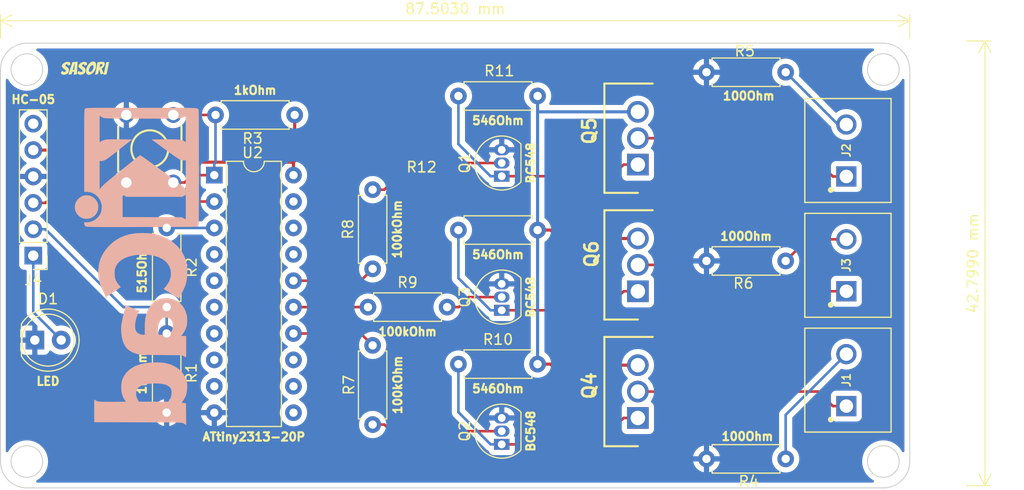
<source format=kicad_pcb>
(kicad_pcb (version 20211014) (generator pcbnew)
  (title_block (title "RGB_LightsBluetooth") (date "2022-05-03") (rev "1") (company "Sasori") (comment 1 "By Tony"))
  (layers (0 "F.Cu" signal) (31 "B.Cu" signal) (34 "B.Paste" user) (35 "F.Paste" user) (36 "B.SilkS" user "B.Silkscreen") (37 "F.SilkS" user "F.Silkscreen") (38 "B.Mask" user) (39 "F.Mask" user) (44 "Edge.Cuts" user))
  (net 0 "")
  (net 1 "GND")
  (net 2 "Net-(R3-Pad2)")
  (net 3 "/TX")
  (net 4 "Net-(R2-Pad1)")
  (net 5 "/5V")
  (net 6 "Net-(J1-Pad2)")
  (net 7 "Net-(J2-Pad2)")
  (net 8 "Net-(J3-Pad2)")
  (net 9 "/R")
  (net 10 "Net-(Q2-Pad2)")
  (net 11 "/B")
  (net 12 "Net-(Q1-Pad2)")
  (net 13 "/G")
  (net 14 "Net-(Q3-Pad2)")
  (net 15 "Net-(Q2-Pad1)")
  (net 16 "/12V")
  (net 17 "Net-(Q1-Pad1)")
  (net 18 "Net-(Q3-Pad1)")
  (net 19 "/RX")
  (net 32 "Net-(D1-Pad2)")
  (net 33 "Net-(J1-Pad1)")
  (net 34 "Net-(J2-Pad1)")
  (net 35 "Net-(J3-Pad1)")
  (footprint "Resistor_THT:R_Axial_DIN0207_L6.3mm_D2.5mm_P7.62mm_Horizontal" (layer "F.Cu") (at 151.384 94.107 -90)
    (fp_text reference "R7" (at 3.81 2.286 90) (layer "F.SilkS"))
    (fp_text value "100kOhm" (at 3.81 -2.413 90) (layer "F.SilkS") (effects (font (size 0.8 0.8) (thickness 0.2))))
    (pad "1" thru_hole circle (at 0 0 270) (size 1.6 1.6) (drill 0.8) (layers *.Cu *.Mask) (net 9 "/R"))
    (pad "2" thru_hole oval (at 7.62 0 270) (size 1.6 1.6) (drill 0.8) (layers *.Cu *.Mask) (net 10 "Net-(Q2-Pad2)"))
  )
  (footprint "Resistor_THT:R_Axial_DIN0207_L6.3mm_D2.5mm_P7.62mm_Horizontal" (layer "F.Cu") (at 151.384 86.741 90)
    (fp_text reference "R8" (at 3.81 -2.37 90) (layer "F.SilkS"))
    (fp_text value "100kOhm" (at 3.81 2.37 90) (layer "F.SilkS") (effects (font (size 0.8 0.8) (thickness 0.2))))
    (pad "1" thru_hole circle (at 0 0 90) (size 1.6 1.6) (drill 0.8) (layers *.Cu *.Mask) (net 11 "/B"))
    (pad "2" thru_hole oval (at 7.62 0 90) (size 1.6 1.6) (drill 0.8) (layers *.Cu *.Mask) (net 12 "Net-(Q1-Pad2)"))
  )
  (footprint "Resistor_THT:R_Axial_DIN0207_L6.3mm_D2.5mm_P7.62mm_Horizontal" (layer "F.Cu") (at 159.639 83.0072)
    (fp_text reference "R12" (at -3.545 -6.053) (layer "F.SilkS"))
    (fp_text value "546Ohm" (at 3.81 2.37) (layer "F.SilkS") (effects (font (size 0.8 0.8) (thickness 0.2))))
    (pad "1" thru_hole circle (at 0 0) (size 1.6 1.6) (drill 0.8) (layers *.Cu *.Mask) (net 18 "Net-(Q3-Pad1)"))
    (pad "2" thru_hole oval (at 7.62 0) (size 1.6 1.6) (drill 0.8) (layers *.Cu *.Mask) (net 16 "/12V"))
  )
  (footprint "Package_TO_SOT_THT:TO-92_Inline" (layer "F.Cu") (at 163.809 90.7288 90)
    (fp_text reference "Q3" (at 1.27 -3.56 90) (layer "F.SilkS"))
    (fp_text value "BC548" (at 1.27 2.79 90) (layer "F.SilkS") (effects (font (size 0.8 0.8) (thickness 0.2))))
    (pad "1" thru_hole rect (at 0 0 90) (size 1.05 1.5) (drill 0.75) (layers *.Cu *.Mask) (net 18 "Net-(Q3-Pad1)"))
    (pad "2" thru_hole oval (at 1.27 0 90) (size 1.05 1.5) (drill 0.75) (layers *.Cu *.Mask) (net 14 "Net-(Q3-Pad2)"))
    (pad "3" thru_hole oval (at 2.54 0 90) (size 1.05 1.5) (drill 0.75) (layers *.Cu *.Mask) (net 1 "GND"))
  )
  (footprint "Resistor_THT:R_Axial_DIN0207_L6.3mm_D2.5mm_P7.62mm_Horizontal" (layer "F.Cu") (at 159.639 95.9104)
    (fp_text reference "R10" (at 3.81 -2.37) (layer "F.SilkS"))
    (fp_text value "546Ohm" (at 3.81 2.37) (layer "F.SilkS") (effects (font (size 0.8 0.8) (thickness 0.2))))
    (pad "1" thru_hole circle (at 0 0) (size 1.6 1.6) (drill 0.8) (layers *.Cu *.Mask) (net 15 "Net-(Q2-Pad1)"))
    (pad "2" thru_hole oval (at 7.62 0) (size 1.6 1.6) (drill 0.8) (layers *.Cu *.Mask) (net 16 "/12V"))
  )
  (footprint "Resistor_THT:R_Axial_DIN0207_L6.3mm_D2.5mm_P7.62mm_Horizontal" (layer "F.Cu") (at 191.135 105.029 180)
    (fp_text reference "R4" (at 3.556 -2.159) (layer "F.SilkS"))
    (fp_text value "100Ohm" (at 3.683 2.159) (layer "F.SilkS") (effects (font (size 0.8 0.8) (thickness 0.2))))
    (pad "1" thru_hole circle (at 0 0 180) (size 1.6 1.6) (drill 0.8) (layers *.Cu *.Mask) (net 6 "Net-(J1-Pad2)"))
    (pad "2" thru_hole oval (at 7.62 0 180) (size 1.6 1.6) (drill 0.8) (layers *.Cu *.Mask) (net 1 "GND"))
  )
  (footprint "freetronics_footprints:SW_PUSHBUTTON_PTH" (layer "F.Cu") (at 129.9374 75.184 90)
    (fp_text reference "SW1")
    (fp_text value "SW_DPST" hide)
    (pad "1" thru_hole oval locked (at -3.2512 -2.2606 90) (size 1.524 1.524) (drill 1.016) (layers *.Cu *.Mask) (net 1 "GND"))
    (pad "1" thru_hole oval locked (at 3.2512 -2.2606 90) (size 1.524 1.524) (drill 1.016) (layers *.Cu *.Mask) (net 1 "GND"))
    (pad "2" thru_hole oval locked (at 3.2512 2.2606 90) (size 1.524 1.524) (drill 1.016) (layers *.Cu *.Mask) (net 2 "Net-(R3-Pad2)"))
    (pad "2" thru_hole oval locked (at -3.2512 2.2606 90) (size 1.524 1.524) (drill 1.016) (layers *.Cu *.Mask) (net 2 "Net-(R3-Pad2)"))
  )
  (footprint "Resistor_THT:R_Axial_DIN0207_L6.3mm_D2.5mm_P7.62mm_Horizontal" (layer "F.Cu") (at 191.135 67.818 180)
    (fp_text reference "R5" (at 3.937 2.032) (layer "F.SilkS"))
    (fp_text value "100Ohm" (at 3.556 -2.286) (layer "F.SilkS") (effects (font (size 0.8 0.8) (thickness 0.2))))
    (pad "1" thru_hole circle (at 0 0 180) (size 1.6 1.6) (drill 0.8) (layers *.Cu *.Mask) (net 7 "Net-(J2-Pad2)"))
    (pad "2" thru_hole oval (at 7.62 0 180) (size 1.6 1.6) (drill 0.8) (layers *.Cu *.Mask) (net 1 "GND"))
  )
  (footprint "Resistor_THT:R_Axial_DIN0207_L6.3mm_D2.5mm_P7.62mm_Horizontal" (layer "F.Cu") (at 191.135 85.979 180)
    (fp_text reference "R6" (at 4.064 -2.159) (layer "F.SilkS"))
    (fp_text value "100Ohm" (at 3.81 2.37) (layer "F.SilkS") (effects (font (size 0.8 0.8) (thickness 0.2))))
    (pad "1" thru_hole circle (at 0 0 180) (size 1.6 1.6) (drill 0.8) (layers *.Cu *.Mask) (net 8 "Net-(J3-Pad2)"))
    (pad "2" thru_hole oval (at 7.62 0 180) (size 1.6 1.6) (drill 0.8) (layers *.Cu *.Mask) (net 1 "GND"))
  )
  (footprint "Resistor_THT:R_Axial_DIN0207_L6.3mm_D2.5mm_P7.62mm_Horizontal" (layer "F.Cu") (at 159.639 70.104)
    (fp_text reference "R11" (at 3.937 -2.413) (layer "F.SilkS"))
    (fp_text value "546Ohm" (at 3.81 2.37) (layer "F.SilkS") (effects (font (size 0.8 0.8) (thickness 0.2))))
    (pad "1" thru_hole circle (at 0 0) (size 1.6 1.6) (drill 0.8) (layers *.Cu *.Mask) (net 17 "Net-(Q1-Pad1)"))
    (pad "2" thru_hole oval (at 7.62 0) (size 1.6 1.6) (drill 0.8) (layers *.Cu *.Mask) (net 16 "/12V"))
  )
  (footprint "LED_THT:LED_D5.0mm" (layer "F.Cu") (at 118.872 93.599)
    (fp_text reference "D1" (at 1.27 -3.96) (layer "F.SilkS"))
    (fp_text value "LED" (at 1.27 3.96) (layer "F.SilkS") (effects (font (size 0.8 0.8) (thickness 0.2))))
    (pad "1" thru_hole rect (at 0 0) (size 1.8 1.8) (drill 0.9) (layers *.Cu *.Mask) (net 1 "GND"))
    (pad "2" thru_hole circle (at 2.54 0) (size 1.8 1.8) (drill 0.9) (layers *.Cu *.Mask) (net 32 "Net-(D1-Pad2)"))
  )
  (footprint "Resistor_THT:R_Axial_DIN0207_L6.3mm_D2.5mm_P7.62mm_Horizontal" (layer "F.Cu") (at 131.562 92.959 -90)
    (fp_text reference "R1" (at 3.81 -2.37 90) (layer "F.SilkS"))
    (fp_text value "1kOhm" (at 3.81 2.37 90) (layer "F.SilkS") (effects (font (size 0.8 0.8) (thickness 0.2))))
    (pad "1" thru_hole circle (at 0 0 270) (size 1.6 1.6) (drill 0.8) (layers *.Cu *.Mask) (net 3 "/TX"))
    (pad "2" thru_hole oval (at 7.62 0 270) (size 1.6 1.6) (drill 0.8) (layers *.Cu *.Mask) (net 1 "GND"))
  )
  (footprint "FootprintsSnapeda:TO254P465X1024X2050-3P" (layer "F.Cu") (at 176.911 101.092 90)
    (fp_text reference "Q4" (at 3.102 -4.671 90) (layer "F.SilkS") (effects (font (size 1.27 1.27) (thickness 0.254))))
    (fp_text value "IRF9640" hide)
    (pad "1" thru_hole rect locked (at 0 0 90) (size 2.085 2.085) (drill 1.39) (layers *.Cu *.Mask) (net 15 "Net-(Q2-Pad1)"))
    (pad "2" thru_hole circle locked (at 2.54 0 90) (size 2.085 2.085) (drill 1.39) (layers *.Cu *.Mask) (net 33 "Net-(J1-Pad1)"))
    (pad "3" thru_hole circle locked (at 5.08 0 90) (size 2.085 2.085) (drill 1.39) (layers *.Cu *.Mask) (net 16 "/12V"))
  )
  (footprint "FootprintsSnapeda:PHOENIX_1935161" (layer "F.Cu") (at 196.977 97.449 90)
    (fp_text reference "J1" (at 0 0 90) (layer "F.SilkS") (effects (font (size 0.787402 0.787402))))
    (fp_text value "1935161")
    (pad "1" thru_hole rect locked (at -2.5 0 90) (size 1.95 1.95) (drill 1.3) (layers *.Cu *.Mask) (net 33 "Net-(J1-Pad1)"))
    (pad "2" thru_hole circle locked (at 2.5 0 90) (size 1.95 1.95) (drill 1.3) (layers *.Cu *.Mask) (net 6 "Net-(J1-Pad2)"))
  )
  (footprint "LibreriaProyecto:SasoriLogo" (layer "F.Cu") (at 123.698 67.437)
    (fp_text reference "G***" hide)
    (fp_text value "LOGO" hide)
  )
  (footprint "Connector_PinHeader_2.54mm:PinHeader_1x06_P2.54mm_Vertical" (layer "F.Cu") (at 118.722 85.471 180)
    (fp_text reference "J4" (at 0 -2.33) (layer "F.SilkS"))
    (fp_text value "HC-05" (at 0 15.03) (layer "F.SilkS") (effects (font (size 0.8 0.8) (thickness 0.2))))
    (pad "1" thru_hole rect (at 0 0 180) (size 1.7 1.7) (drill 1) (layers *.Cu *.Mask) (net 32 "Net-(D1-Pad2)"))
    (pad "2" thru_hole oval (at 0 2.54 180) (size 1.7 1.7) (drill 1) (layers *.Cu *.Mask) (net 3 "/TX"))
    (pad "3" thru_hole oval (at 0 5.08 180) (size 1.7 1.7) (drill 1) (layers *.Cu *.Mask) (net 19 "/RX"))
    (pad "4" thru_hole oval (at 0 7.62 180) (size 1.7 1.7) (drill 1) (layers *.Cu *.Mask) (net 1 "GND"))
    (pad "5" thru_hole oval (at 0 10.16 180) (size 1.7 1.7) (drill 1) (layers *.Cu *.Mask) (net 5 "/5V"))
    (pad "6" thru_hole oval (at 0 12.7 180) (size 1.7 1.7) (drill 1) (layers *.Cu *.Mask))
  )
  (footprint "FootprintsSnapeda:TO254P465X1024X2050-3P" (layer "F.Cu") (at 176.911 76.708 90)
    (fp_text reference "Q5" (at 3.238 -4.671 90) (layer "F.SilkS") (effects (font (size 1.27 1.27) (thickness 0.254))))
    (fp_text value "IRF9640" hide)
    (pad "1" thru_hole rect locked (at 0 0 90) (size 2.085 2.085) (drill 1.39) (layers *.Cu *.Mask) (net 17 "Net-(Q1-Pad1)"))
    (pad "2" thru_hole circle locked (at 2.54 0 90) (size 2.085 2.085) (drill 1.39) (layers *.Cu *.Mask) (net 34 "Net-(J2-Pad1)"))
    (pad "3" thru_hole circle locked (at 5.08 0 90) (size 2.085 2.085) (drill 1.39) (layers *.Cu *.Mask) (net 16 "/12V"))
  )
  (footprint "Resistor_THT:R_Axial_DIN0207_L6.3mm_D2.5mm_P7.62mm_Horizontal" (layer "F.Cu") (at 131.562 82.799 -90)
    (fp_text reference "R2" (at 3.81 -2.37 90) (layer "F.SilkS"))
    (fp_text value "515Ohm" (at 3.81 2.37 90) (layer "F.SilkS") (effects (font (size 0.8 0.8) (thickness 0.2))))
    (pad "1" thru_hole circle (at 0 0 270) (size 1.6 1.6) (drill 0.8) (layers *.Cu *.Mask) (net 4 "Net-(R2-Pad1)"))
    (pad "2" thru_hole oval (at 7.62 0 270) (size 1.6 1.6) (drill 0.8) (layers *.Cu *.Mask) (net 3 "/TX"))
  )
  (footprint "FootprintsSnapeda:PHOENIX_1935161" (layer "F.Cu") (at 196.977 86.4 90)
    (fp_text reference "J3" (at 0 0 90) (layer "F.SilkS") (effects (font (size 0.787402 0.787402))))
    (fp_text value "1935161")
    (pad "1" thru_hole rect locked (at -2.5 0 90) (size 1.95 1.95) (drill 1.3) (layers *.Cu *.Mask) (net 35 "Net-(J3-Pad1)"))
    (pad "2" thru_hole circle locked (at 2.5 0 90) (size 1.95 1.95) (drill 1.3) (layers *.Cu *.Mask) (net 8 "Net-(J3-Pad2)"))
  )
  (footprint "Package_TO_SOT_THT:TO-92_Inline" (layer "F.Cu") (at 163.809 103.632 90)
    (fp_text reference "Q2" (at 1.27 -3.56 90) (layer "F.SilkS"))
    (fp_text value "BC548" (at 1.27 2.79 90) (layer "F.SilkS") (effects (font (size 0.8 0.8) (thickness 0.2))))
    (pad "1" thru_hole rect (at 0 0 90) (size 1.05 1.5) (drill 0.75) (layers *.Cu *.Mask) (net 15 "Net-(Q2-Pad1)"))
    (pad "2" thru_hole oval (at 1.27 0 90) (size 1.05 1.5) (drill 0.75) (layers *.Cu *.Mask) (net 10 "Net-(Q2-Pad2)"))
    (pad "3" thru_hole oval (at 2.54 0 90) (size 1.05 1.5) (drill 0.75) (layers *.Cu *.Mask) (net 1 "GND"))
  )
  (footprint "Package_TO_SOT_THT:TO-92_Inline" (layer "F.Cu") (at 163.809 77.8256 90)
    (fp_text reference "Q1" (at 1.27 -3.56 90) (layer "F.SilkS"))
    (fp_text value "BC548" (at 1.27 2.79 90) (layer "F.SilkS") (effects (font (size 0.8 0.8) (thickness 0.2))))
    (pad "1" thru_hole rect (at 0 0 90) (size 1.05 1.5) (drill 0.75) (layers *.Cu *.Mask) (net 17 "Net-(Q1-Pad1)"))
    (pad "2" thru_hole oval (at 1.27 0 90) (size 1.05 1.5) (drill 0.75) (layers *.Cu *.Mask) (net 12 "Net-(Q1-Pad2)"))
    (pad "3" thru_hole oval (at 2.54 0 90) (size 1.05 1.5) (drill 0.75) (layers *.Cu *.Mask) (net 1 "GND"))
  )
  (footprint "FootprintsSnapeda:PHOENIX_1935161" (layer "F.Cu") (at 196.977 75.351 90)
    (fp_text reference "J2" (at 0 0 90) (layer "F.SilkS") (effects (font (size 0.787402 0.787402))))
    (fp_text value "1935161")
    (pad "1" thru_hole rect locked (at -2.5 0 90) (size 1.95 1.95) (drill 1.3) (layers *.Cu *.Mask) (net 34 "Net-(J2-Pad1)"))
    (pad "2" thru_hole circle locked (at 2.5 0 90) (size 1.95 1.95) (drill 1.3) (layers *.Cu *.Mask) (net 7 "Net-(J2-Pad2)"))
  )
  (footprint "Resistor_THT:R_Axial_DIN0207_L6.3mm_D2.5mm_P7.62mm_Horizontal" (layer "F.Cu") (at 150.934 90.424)
    (fp_text reference "R9" (at 3.81 -2.37) (layer "F.SilkS"))
    (fp_text value "100kOhm" (at 3.81 2.37) (layer "F.SilkS") (effects (font (size 0.8 0.8) (thickness 0.2))))
    (pad "1" thru_hole circle (at 0 0) (size 1.6 1.6) (drill 0.8) (layers *.Cu *.Mask) (net 13 "/G"))
    (pad "2" thru_hole oval (at 7.62 0) (size 1.6 1.6) (drill 0.8) (layers *.Cu *.Mask) (net 14 "Net-(Q3-Pad2)"))
  )
  (footprint "FootprintsSnapeda:TO254P465X1024X2050-3P" (layer "F.Cu") (at 176.911 88.9 90)
    (fp_text reference "Q6" (at 3.58 -4.461 90) (layer "F.SilkS") (effects (font (size 1.27 1.27) (thickness 0.254))))
    (fp_text value "IRF9640" hide)
    (pad "1" thru_hole rect locked (at 0 0 90) (size 2.085 2.085) (drill 1.39) (layers *.Cu *.Mask) (net 18 "Net-(Q3-Pad1)"))
    (pad "2" thru_hole circle locked (at 2.54 0 90) (size 2.085 2.085) (drill 1.39) (layers *.Cu *.Mask) (net 35 "Net-(J3-Pad1)"))
    (pad "3" thru_hole circle locked (at 5.08 0 90) (size 2.085 2.085) (drill 1.39) (layers *.Cu *.Mask) (net 16 "/12V"))
  )
  (footprint "Resistor_THT:R_Axial_DIN0207_L6.3mm_D2.5mm_P7.62mm_Horizontal" (layer "F.Cu") (at 143.881 71.9288 180)
    (fp_text reference "R3" (at 4.051 -2.2712) (layer "F.SilkS"))
    (fp_text value "1kOhm" (at 3.81 2.37) (layer "F.SilkS") (effects (font (size 0.8 0.8) (thickness 0.2))))
    (pad "1" thru_hole circle (at 0 0 180) (size 1.6 1.6) (drill 0.8) (layers *.Cu *.Mask) (net 5 "/5V"))
    (pad "2" thru_hole oval (at 7.62 0 180) (size 1.6 1.6) (drill 0.8) (layers *.Cu *.Mask) (net 2 "Net-(R3-Pad2)"))
  )
  (footprint "Package_DIP:DIP-20_W7.62mm" (layer "F.Cu") (at 136.144 77.724)
    (fp_text reference "U2" (at 3.686 -2.154) (layer "F.SilkS"))
    (fp_text value "ATtiny2313-20P" (at 3.81 25.19) (layer "F.SilkS") (effects (font (size 0.8 0.8) (thickness 0.2))))
    (pad "1" thru_hole rect (at 0 0) (size 1.6 1.6) (drill 0.8) (layers *.Cu *.Mask) (net 2 "Net-(R3-Pad2)"))
    (pad "2" thru_hole oval (at 0 2.54) (size 1.6 1.6) (drill 0.8) (layers *.Cu *.Mask) (net 19 "/RX"))
    (pad "3" thru_hole oval (at 0 5.08) (size 1.6 1.6) (drill 0.8) (layers *.Cu *.Mask) (net 4 "Net-(R2-Pad1)"))
    (pad "4" thru_hole oval (at 0 7.62) (size 1.6 1.6) (drill 0.8) (layers *.Cu *.Mask))
    (pad "5" thru_hole oval (at 0 10.16) (size 1.6 1.6) (drill 0.8) (layers *.Cu *.Mask))
    (pad "6" thru_hole oval (at 0 12.7) (size 1.6 1.6) (drill 0.8) (layers *.Cu *.Mask))
    (pad "7" thru_hole oval (at 0 15.24) (size 1.6 1.6) (drill 0.8) (layers *.Cu *.Mask))
    (pad "8" thru_hole oval (at 0 17.78) (size 1.6 1.6) (drill 0.8) (layers *.Cu *.Mask))
    (pad "9" thru_hole oval (at 0 20.32) (size 1.6 1.6) (drill 0.8) (layers *.Cu *.Mask))
    (pad "10" thru_hole oval (at 0 22.86) (size 1.6 1.6) (drill 0.8) (layers *.Cu *.Mask) (net 1 "GND"))
    (pad "11" thru_hole oval (at 7.62 22.86) (size 1.6 1.6) (drill 0.8) (layers *.Cu *.Mask))
    (pad "12" thru_hole oval (at 7.62 20.32) (size 1.6 1.6) (drill 0.8) (layers *.Cu *.Mask))
    (pad "13" thru_hole oval (at 7.62 17.78) (size 1.6 1.6) (drill 0.8) (layers *.Cu *.Mask))
    (pad "14" thru_hole oval (at 7.62 15.24) (size 1.6 1.6) (drill 0.8) (layers *.Cu *.Mask) (net 9 "/R"))
    (pad "15" thru_hole oval (at 7.62 12.7) (size 1.6 1.6) (drill 0.8) (layers *.Cu *.Mask) (net 13 "/G"))
    (pad "16" thru_hole oval (at 7.62 10.16) (size 1.6 1.6) (drill 0.8) (layers *.Cu *.Mask) (net 11 "/B"))
    (pad "17" thru_hole oval (at 7.62 7.62) (size 1.6 1.6) (drill 0.8) (layers *.Cu *.Mask))
    (pad "18" thru_hole oval (at 7.62 5.08) (size 1.6 1.6) (drill 0.8) (layers *.Cu *.Mask))
    (pad "19" thru_hole oval (at 7.62 2.54) (size 1.6 1.6) (drill 0.8) (layers *.Cu *.Mask))
    (pad "20" thru_hole oval (at 7.62 0) (size 1.6 1.6) (drill 0.8) (layers *.Cu *.Mask) (net 5 "/5V"))
  )
  (footprint "Symbol:KiCad-Logo_12mm_SilkScreen" (layer "B.Cu") (at 128.651 86.487 -90)
    (fp_text reference "REF**" hide)
    (fp_text value "KiCad-Logo_12mm_SilkScreen" hide)
  )
  (gr_line (start 203.073 105.283) (end 203.073 67.564) (layer "Edge.Cuts") (width 0.1))
  (gr_circle locked (center 200.533 105.283) (end 199.009 105.283) (layer "Edge.Cuts") (width 0.1) (fill none))
  (gr_circle locked (center 200.533 67.564) (end 199.009 67.564) (layer "Edge.Cuts") (width 0.1) (fill none))
  (gr_arc (start 118.11 107.823) (mid 116.313949 107.079051) (end 115.57 105.283) (layer "Edge.Cuts") (width 0.1))
  (gr_arc (start 115.57 67.564) (mid 116.313949 65.767949) (end 118.11 65.024) (layer "Edge.Cuts") (width 0.1))
  (gr_line (start 118.11 65.024) (end 200.533 65.024) (layer "Edge.Cuts") (width 0.1))
  (gr_circle locked (center 118.11 67.564) (end 116.586 67.564) (layer "Edge.Cuts") (width 0.1) (fill none))
  (gr_line (start 200.533 107.823) (end 118.11 107.823) (layer "Edge.Cuts") (width 0.1))
  (gr_line (start 115.57 105.283) (end 115.57 67.564) (layer "Edge.Cuts") (width 0.1))
  (gr_arc (start 203.073 105.283) (mid 202.329051 107.079051) (end 200.533 107.823) (layer "Edge.Cuts") (width 0.1))
  (gr_circle locked (center 118.11 105.283) (end 116.586 105.283) (layer "Edge.Cuts") (width 0.1) (fill none))
  (gr_arc (start 200.533 65.024) (mid 202.329051 65.767949) (end 203.073 67.564) (layer "Edge.Cuts") (width 0.1))
  (dimension (type aligned) (layer "F.SilkS") (pts (xy 208.026 64.81) (xy 208.026 107.609)) (height -2.285999) (gr_text "42.7990 mm" (at 209.161999 86.2095 90) (layer "F.SilkS") (effects (font (size 1 1) (thickness 0.15)))) (format (units 3) (units_format 1) (precision 4)) (style (thickness 0.1) (arrow_length 1.27) (text_position_mode 0) (extension_height 0.58642) (extension_offset 0.5) keep_text_aligned))
  (dimension (type aligned) (layer "F.SilkS") (pts (xy 115.57 65.024) (xy 203.073 65.024)) (height -2.158999) (gr_text "87.5030 mm" (at 159.3215 61.715001) (layer "F.SilkS") (effects (font (size 1 1) (thickness 0.15)))) (format (units 3) (units_format 1) (precision 4)) (style (thickness 0.1) (arrow_length 1.27) (text_position_mode 0) (extension_height 0.58642) (extension_offset 0.5) keep_text_aligned))
  (segment (start 136.261 71.9288) (end 133.2893 71.9288) (width 0.25) (layer "F.Cu") (net 2))
  (segment (start 136.144 77.724) (end 133.9965 77.724) (width 0.25) (layer "F.Cu") (net 2))
  (segment (start 132.198 71.9328) (end 133.2853 71.9328) (width 0.25) (layer "F.Cu") (net 2))
  (segment (start 133.9965 77.724) (end 133.2853 78.4352) (width 0.25) (layer "F.Cu") (net 2))
  (segment (start 133.2893 71.9288) (end 133.2853 71.9328) (width 0.25) (layer "F.Cu") (net 2))
  (segment (start 132.198 78.4352) (end 133.2853 78.4352) (width 0.25) (layer "F.Cu") (net 2))
  (segment (start 136.144 76.5987) (end 136.261 76.4817) (width 0.25) (layer "B.Cu") (net 2))
  (segment (start 136.261 76.4817) (end 136.261 71.9288) (width 0.25) (layer "B.Cu") (net 2))
  (segment (start 136.144 77.724) (end 136.144 76.5987) (width 0.25) (layer "B.Cu") (net 2))
  (segment (start 118.722 82.931) (end 119.8973 82.931) (width 0.25) (layer "B.Cu") (net 3))
  (segment (start 131.562 90.419) (end 127.3853 90.419) (width 0.25) (layer "B.Cu") (net 3))
  (segment (start 131.562 90.419) (end 131.562 92.959) (width 0.25) (layer "B.Cu") (net 3))
  (segment (start 127.3853 90.419) (end 119.8973 82.931) (width 0.25) (layer "B.Cu") (net 3))
  (segment (start 131.567 82.804) (end 131.562 82.799) (width 0.25) (layer "B.Cu") (net 4))
  (segment (start 136.144 82.804) (end 131.567 82.804) (width 0.25) (layer "B.Cu") (net 4))
  (segment (start 143.881 76.3566) (end 143.881 71.9288) (width 0.3) (layer "F.Cu") (net 5))
  (segment (start 118.722 75.311) (end 120.0223 75.311) (width 0.3) (layer "F.Cu") (net 5))
  (segment (start 143.764 76.4736) (end 121.1849 76.4736) (width 0.3) (layer "F.Cu") (net 5))
  (segment (start 143.764 77.724) (end 143.764 76.6238) (width 0.3) (layer "F.Cu") (net 5))
  (segment (start 143.764 76.6238) (end 143.764 76.4736) (width 0.3) (layer "F.Cu") (net 5))
  (segment (start 143.764 76.4736) (end 143.881 76.3566) (width 0.3) (layer "F.Cu") (net 5))
  (segment (start 121.1849 76.4736) (end 120.0223 75.311) (width 0.3) (layer "F.Cu") (net 5))
  (segment (start 196.977 94.949) (end 191.135 100.791) (width 0.25) (layer "B.Cu") (net 6))
  (segment (start 191.135 100.791) (end 191.135 105.029) (width 0.25) (layer "B.Cu") (net 6))
  (segment (start 196.168 72.851) (end 191.135 67.818) (width 0.25) (layer "B.Cu") (net 7))
  (segment (start 196.977 72.851) (end 196.168 72.851) (width 0.25) (layer "B.Cu") (net 7))
  (segment (start 196.977 83.9) (end 193.214 83.9) (width 0.25) (layer "F.Cu") (net 8))
  (segment (start 193.214 83.9) (end 191.135 85.979) (width 0.25) (layer "F.Cu") (net 8))
  (segment (start 143.764 92.964) (end 150.241 92.964) (width 0.25) (layer "F.Cu") (net 9))
  (segment (start 150.241 92.964) (end 151.384 94.107) (width 0.25) (layer "F.Cu") (net 9))
  (segment (start 153.1443 102.362) (end 152.5093 101.727) (width 0.25) (layer "F.Cu") (net 10))
  (segment (start 151.384 101.727) (end 152.5093 101.727) (width 0.25) (layer "F.Cu") (net 10))
  (segment (start 163.809 102.362) (end 153.1443 102.362) (width 0.25) (layer "F.Cu") (net 10))
  (segment (start 143.764 87.884) (end 150.241 87.884) (width 0.25) (layer "F.Cu") (net 11))
  (segment (start 150.241 87.884) (end 151.384 86.741) (width 0.25) (layer "F.Cu") (net 11))
  (segment (start 151.384 79.121) (end 152.5093 79.121) (width 0.25) (layer "F.Cu") (net 12))
  (segment (start 163.809 76.5556) (end 155.0747 76.5556) (width 0.25) (layer "F.Cu") (net 12))
  (segment (start 155.0747 76.5556) (end 152.5093 79.121) (width 0.25) (layer "F.Cu") (net 12))
  (segment (start 143.764 90.424) (end 150.934 90.424) (width 0.25) (layer "F.Cu") (net 13))
  (segment (start 160.6445 89.4588) (end 163.809 89.4588) (width 0.25) (layer "F.Cu") (net 14))
  (segment (start 158.554 90.424) (end 159.6793 90.424) (width 0.25) (layer "F.Cu") (net 14))
  (segment (start 159.6793 90.424) (end 160.6445 89.4588) (width 0.25) (layer "F.Cu") (net 14))
  (segment (start 175.5432 101.092) (end 173.0032 103.632) (width 0.25) (layer "F.Cu") (net 15))
  (segment (start 173.0032 103.632) (end 163.809 103.632) (width 0.25) (layer "F.Cu") (net 15))
  (segment (start 176.911 101.092) (end 175.5432 101.092) (width 0.25) (layer "F.Cu") (net 15))
  (segment (start 162.7337 103.632) (end 159.639 100.5373) (width 0.25) (layer "B.Cu") (net 15))
  (segment (start 163.809 103.632) (end 162.7337 103.632) (width 0.25) (layer "B.Cu") (net 15))
  (segment (start 159.639 100.5373) (end 159.639 95.9104) (width 0.25) (layer "B.Cu") (net 15))
  (segment (start 168.6109 96.012) (end 168.5093 95.9104) (width 0.3) (layer "F.Cu") (net 16))
  (segment (start 176.911 83.82) (end 169.3221 83.82) (width 0.3) (layer "F.Cu") (net 16))
  (segment (start 176.911 96.012) (end 168.6109 96.012) (width 0.3) (layer "F.Cu") (net 16))
  (segment (start 167.259 95.9104) (end 168.5093 95.9104) (width 0.3) (layer "F.Cu") (net 16))
  (segment (start 169.3221 83.82) (end 168.5093 83.0072) (width 0.3) (layer "F.Cu") (net 16))
  (segment (start 167.259 83.0072) (end 168.5093 83.0072) (width 0.3) (layer "F.Cu") (net 16))
  (segment (start 167.259 71.628) (end 167.259 71.3543) (width 0.3) (layer "B.Cu") (net 16))
  (segment (start 167.259 70.104) (end 167.259 71.3543) (width 0.3) (layer "B.Cu") (net 16))
  (segment (start 167.259 83.0072) (end 167.259 71.628) (width 0.3) (layer "B.Cu") (net 16))
  (segment (start 167.259 95.9104) (end 167.259 83.0072) (width 0.3) (layer "B.Cu") (net 16))
  (segment (start 167.259 71.628) (end 176.911 71.628) (width 0.3) (layer "B.Cu") (net 16))
  (segment (start 174.4256 77.8256) (end 163.809 77.8256) (width 0.25) (layer "F.Cu") (net 17))
  (segment (start 175.5432 76.708) (end 174.4256 77.8256) (width 0.25) (layer "F.Cu") (net 17))
  (segment (start 176.911 76.708) (end 175.5432 76.708) (width 0.25) (layer "F.Cu") (net 17))
  (segment (start 162.7337 77.8256) (end 159.639 74.7309) (width 0.25) (layer "B.Cu") (net 17))
  (segment (start 163.809 77.8256) (end 162.7337 77.8256) (width 0.25) (layer "B.Cu") (net 17))
  (segment (start 159.639 74.7309) (end 159.639 70.104) (width 0.25) (layer "B.Cu") (net 17))
  (segment (start 175.5432 88.9) (end 173.7144 90.7288) (width 0.25) (layer "F.Cu") (net 18))
  (segment (start 176.911 88.9) (end 175.5432 88.9) (width 0.25) (layer "F.Cu") (net 18))
  (segment (start 173.7144 90.7288) (end 163.809 90.7288) (width 0.25) (layer "F.Cu") (net 18))
  (segment (start 159.639 87.6341) (end 159.639 83.0072) (width 0.25) (layer "B.Cu") (net 18))
  (segment (start 162.7337 90.7288) (end 159.639 87.6341) (width 0.25) (layer "B.Cu") (net 18))
  (segment (start 163.809 90.7288) (end 162.7337 90.7288) (width 0.25) (layer "B.Cu") (net 18))
  (segment (start 136.144 80.264) (end 120.0243 80.264) (width 0.25) (layer "F.Cu") (net 19))
  (segment (start 120.0243 80.264) (end 119.8973 80.391) (width 0.25) (layer "F.Cu") (net 19))
  (segment (start 118.722 80.391) (end 119.8973 80.391) (width 0.25) (layer "F.Cu") (net 19))
  (segment (start 118.722 90.909) (end 121.412 93.599) (width 0.25) (layer "B.Cu") (net 32))
  (segment (start 118.722 85.471) (end 118.722 90.909) (width 0.25) (layer "B.Cu") (net 32))
  (segment (start 195.6767 99.949) (end 194.2797 98.552) (width 0.25) (layer "F.Cu") (net 33))
  (segment (start 194.2797 98.552) (end 176.911 98.552) (width 0.25) (layer "F.Cu") (net 33))
  (segment (start 196.977 99.949) (end 195.6767 99.949) (width 0.25) (layer "F.Cu") (net 33))
  (segment (start 195.6767 77.851) (end 191.9937 74.168) (width 0.25) (layer "F.Cu") (net 34))
  (segment (start 196.977 77.851) (end 195.6767 77.851) (width 0.25) (layer "F.Cu") (net 34))
  (segment (start 191.9937 74.168) (end 176.911 74.168) (width 0.25) (layer "F.Cu") (net 34))
  (segment (start 176.911 86.36) (end 181.444 86.36) (width 0.25) (layer "F.Cu") (net 35))
  (segment (start 181.444 86.36) (end 183.984 88.9) (width 0.25) (layer "F.Cu") (net 35))
  (segment (start 183.984 88.9) (end 196.977 88.9) (width 0.25) (layer "F.Cu") (net 35))
  (zone (net 1) (net_name "GND") (layer "B.Cu") (connect_pads (clearance 0.508)) (min_thickness 0.254) (fill yes (thermal_gap 0.508) (thermal_bridge_width 0.508))
    (polygon (pts (xy 203.073 107.823) (xy 115.57 107.823) (xy 115.57 65.024) (xy 203.073 65.024)))
  )
)
</source>
